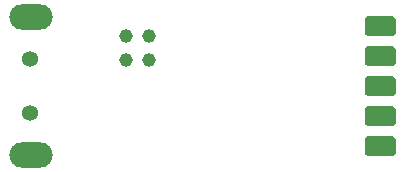
<source format=gbs>
G04 #@! TF.GenerationSoftware,KiCad,Pcbnew,5.0.0-rc1-44a33f2~62~ubuntu16.04.1*
G04 #@! TF.CreationDate,2018-03-27T11:25:49+02:00*
G04 #@! TF.ProjectId,ubmp_v1,75626D705F76312E6B696361645F7063,rev?*
G04 #@! TF.SameCoordinates,Original*
G04 #@! TF.FileFunction,Soldermask,Bot*
G04 #@! TF.FilePolarity,Negative*
%FSLAX46Y46*%
G04 Gerber Fmt 4.6, Leading zero omitted, Abs format (unit mm)*
G04 Created by KiCad (PCBNEW 5.0.0-rc1-44a33f2~62~ubuntu16.04.1) date Tue Mar 27 11:25:49 2018*
%MOMM*%
%LPD*%
G01*
G04 APERTURE LIST*
%ADD10C,1.360000*%
%ADD11O,3.660000X2.160000*%
%ADD12C,0.100000*%
%ADD13C,1.760000*%
%ADD14C,1.160000*%
G04 APERTURE END LIST*
D10*
X87600000Y-103700000D03*
X87600000Y-108300000D03*
D11*
X87700000Y-111850000D03*
X87700000Y-100150000D03*
D12*
G36*
X118183128Y-110202119D02*
X118225840Y-110208454D01*
X118267725Y-110218946D01*
X118308381Y-110233493D01*
X118347415Y-110251955D01*
X118384451Y-110274153D01*
X118419133Y-110299875D01*
X118451127Y-110328873D01*
X118480125Y-110360867D01*
X118505847Y-110395549D01*
X118528045Y-110432585D01*
X118546507Y-110471619D01*
X118561054Y-110512275D01*
X118571546Y-110554160D01*
X118577881Y-110596872D01*
X118580000Y-110640000D01*
X118580000Y-111520000D01*
X118577881Y-111563128D01*
X118571546Y-111605840D01*
X118561054Y-111647725D01*
X118546507Y-111688381D01*
X118528045Y-111727415D01*
X118505847Y-111764451D01*
X118480125Y-111799133D01*
X118451127Y-111831127D01*
X118419133Y-111860125D01*
X118384451Y-111885847D01*
X118347415Y-111908045D01*
X118308381Y-111926507D01*
X118267725Y-111941054D01*
X118225840Y-111951546D01*
X118183128Y-111957881D01*
X118140000Y-111960000D01*
X116360000Y-111960000D01*
X116316872Y-111957881D01*
X116274160Y-111951546D01*
X116232275Y-111941054D01*
X116191619Y-111926507D01*
X116152585Y-111908045D01*
X116115549Y-111885847D01*
X116080867Y-111860125D01*
X116048873Y-111831127D01*
X116019875Y-111799133D01*
X115994153Y-111764451D01*
X115971955Y-111727415D01*
X115953493Y-111688381D01*
X115938946Y-111647725D01*
X115928454Y-111605840D01*
X115922119Y-111563128D01*
X115920000Y-111520000D01*
X115920000Y-110640000D01*
X115922119Y-110596872D01*
X115928454Y-110554160D01*
X115938946Y-110512275D01*
X115953493Y-110471619D01*
X115971955Y-110432585D01*
X115994153Y-110395549D01*
X116019875Y-110360867D01*
X116048873Y-110328873D01*
X116080867Y-110299875D01*
X116115549Y-110274153D01*
X116152585Y-110251955D01*
X116191619Y-110233493D01*
X116232275Y-110218946D01*
X116274160Y-110208454D01*
X116316872Y-110202119D01*
X116360000Y-110200000D01*
X118140000Y-110200000D01*
X118183128Y-110202119D01*
X118183128Y-110202119D01*
G37*
D13*
X117250000Y-111080000D03*
D12*
G36*
X118183128Y-100042119D02*
X118225840Y-100048454D01*
X118267725Y-100058946D01*
X118308381Y-100073493D01*
X118347415Y-100091955D01*
X118384451Y-100114153D01*
X118419133Y-100139875D01*
X118451127Y-100168873D01*
X118480125Y-100200867D01*
X118505847Y-100235549D01*
X118528045Y-100272585D01*
X118546507Y-100311619D01*
X118561054Y-100352275D01*
X118571546Y-100394160D01*
X118577881Y-100436872D01*
X118580000Y-100480000D01*
X118580000Y-101360000D01*
X118577881Y-101403128D01*
X118571546Y-101445840D01*
X118561054Y-101487725D01*
X118546507Y-101528381D01*
X118528045Y-101567415D01*
X118505847Y-101604451D01*
X118480125Y-101639133D01*
X118451127Y-101671127D01*
X118419133Y-101700125D01*
X118384451Y-101725847D01*
X118347415Y-101748045D01*
X118308381Y-101766507D01*
X118267725Y-101781054D01*
X118225840Y-101791546D01*
X118183128Y-101797881D01*
X118140000Y-101800000D01*
X116360000Y-101800000D01*
X116316872Y-101797881D01*
X116274160Y-101791546D01*
X116232275Y-101781054D01*
X116191619Y-101766507D01*
X116152585Y-101748045D01*
X116115549Y-101725847D01*
X116080867Y-101700125D01*
X116048873Y-101671127D01*
X116019875Y-101639133D01*
X115994153Y-101604451D01*
X115971955Y-101567415D01*
X115953493Y-101528381D01*
X115938946Y-101487725D01*
X115928454Y-101445840D01*
X115922119Y-101403128D01*
X115920000Y-101360000D01*
X115920000Y-100480000D01*
X115922119Y-100436872D01*
X115928454Y-100394160D01*
X115938946Y-100352275D01*
X115953493Y-100311619D01*
X115971955Y-100272585D01*
X115994153Y-100235549D01*
X116019875Y-100200867D01*
X116048873Y-100168873D01*
X116080867Y-100139875D01*
X116115549Y-100114153D01*
X116152585Y-100091955D01*
X116191619Y-100073493D01*
X116232275Y-100058946D01*
X116274160Y-100048454D01*
X116316872Y-100042119D01*
X116360000Y-100040000D01*
X118140000Y-100040000D01*
X118183128Y-100042119D01*
X118183128Y-100042119D01*
G37*
D13*
X117250000Y-100920000D03*
D12*
G36*
X118183128Y-105122119D02*
X118225840Y-105128454D01*
X118267725Y-105138946D01*
X118308381Y-105153493D01*
X118347415Y-105171955D01*
X118384451Y-105194153D01*
X118419133Y-105219875D01*
X118451127Y-105248873D01*
X118480125Y-105280867D01*
X118505847Y-105315549D01*
X118528045Y-105352585D01*
X118546507Y-105391619D01*
X118561054Y-105432275D01*
X118571546Y-105474160D01*
X118577881Y-105516872D01*
X118580000Y-105560000D01*
X118580000Y-106440000D01*
X118577881Y-106483128D01*
X118571546Y-106525840D01*
X118561054Y-106567725D01*
X118546507Y-106608381D01*
X118528045Y-106647415D01*
X118505847Y-106684451D01*
X118480125Y-106719133D01*
X118451127Y-106751127D01*
X118419133Y-106780125D01*
X118384451Y-106805847D01*
X118347415Y-106828045D01*
X118308381Y-106846507D01*
X118267725Y-106861054D01*
X118225840Y-106871546D01*
X118183128Y-106877881D01*
X118140000Y-106880000D01*
X116360000Y-106880000D01*
X116316872Y-106877881D01*
X116274160Y-106871546D01*
X116232275Y-106861054D01*
X116191619Y-106846507D01*
X116152585Y-106828045D01*
X116115549Y-106805847D01*
X116080867Y-106780125D01*
X116048873Y-106751127D01*
X116019875Y-106719133D01*
X115994153Y-106684451D01*
X115971955Y-106647415D01*
X115953493Y-106608381D01*
X115938946Y-106567725D01*
X115928454Y-106525840D01*
X115922119Y-106483128D01*
X115920000Y-106440000D01*
X115920000Y-105560000D01*
X115922119Y-105516872D01*
X115928454Y-105474160D01*
X115938946Y-105432275D01*
X115953493Y-105391619D01*
X115971955Y-105352585D01*
X115994153Y-105315549D01*
X116019875Y-105280867D01*
X116048873Y-105248873D01*
X116080867Y-105219875D01*
X116115549Y-105194153D01*
X116152585Y-105171955D01*
X116191619Y-105153493D01*
X116232275Y-105138946D01*
X116274160Y-105128454D01*
X116316872Y-105122119D01*
X116360000Y-105120000D01*
X118140000Y-105120000D01*
X118183128Y-105122119D01*
X118183128Y-105122119D01*
G37*
D13*
X117250000Y-106000000D03*
D12*
G36*
X118183128Y-102582119D02*
X118225840Y-102588454D01*
X118267725Y-102598946D01*
X118308381Y-102613493D01*
X118347415Y-102631955D01*
X118384451Y-102654153D01*
X118419133Y-102679875D01*
X118451127Y-102708873D01*
X118480125Y-102740867D01*
X118505847Y-102775549D01*
X118528045Y-102812585D01*
X118546507Y-102851619D01*
X118561054Y-102892275D01*
X118571546Y-102934160D01*
X118577881Y-102976872D01*
X118580000Y-103020000D01*
X118580000Y-103900000D01*
X118577881Y-103943128D01*
X118571546Y-103985840D01*
X118561054Y-104027725D01*
X118546507Y-104068381D01*
X118528045Y-104107415D01*
X118505847Y-104144451D01*
X118480125Y-104179133D01*
X118451127Y-104211127D01*
X118419133Y-104240125D01*
X118384451Y-104265847D01*
X118347415Y-104288045D01*
X118308381Y-104306507D01*
X118267725Y-104321054D01*
X118225840Y-104331546D01*
X118183128Y-104337881D01*
X118140000Y-104340000D01*
X116360000Y-104340000D01*
X116316872Y-104337881D01*
X116274160Y-104331546D01*
X116232275Y-104321054D01*
X116191619Y-104306507D01*
X116152585Y-104288045D01*
X116115549Y-104265847D01*
X116080867Y-104240125D01*
X116048873Y-104211127D01*
X116019875Y-104179133D01*
X115994153Y-104144451D01*
X115971955Y-104107415D01*
X115953493Y-104068381D01*
X115938946Y-104027725D01*
X115928454Y-103985840D01*
X115922119Y-103943128D01*
X115920000Y-103900000D01*
X115920000Y-103020000D01*
X115922119Y-102976872D01*
X115928454Y-102934160D01*
X115938946Y-102892275D01*
X115953493Y-102851619D01*
X115971955Y-102812585D01*
X115994153Y-102775549D01*
X116019875Y-102740867D01*
X116048873Y-102708873D01*
X116080867Y-102679875D01*
X116115549Y-102654153D01*
X116152585Y-102631955D01*
X116191619Y-102613493D01*
X116232275Y-102598946D01*
X116274160Y-102588454D01*
X116316872Y-102582119D01*
X116360000Y-102580000D01*
X118140000Y-102580000D01*
X118183128Y-102582119D01*
X118183128Y-102582119D01*
G37*
D13*
X117250000Y-103460000D03*
D12*
G36*
X118183128Y-107662119D02*
X118225840Y-107668454D01*
X118267725Y-107678946D01*
X118308381Y-107693493D01*
X118347415Y-107711955D01*
X118384451Y-107734153D01*
X118419133Y-107759875D01*
X118451127Y-107788873D01*
X118480125Y-107820867D01*
X118505847Y-107855549D01*
X118528045Y-107892585D01*
X118546507Y-107931619D01*
X118561054Y-107972275D01*
X118571546Y-108014160D01*
X118577881Y-108056872D01*
X118580000Y-108100000D01*
X118580000Y-108980000D01*
X118577881Y-109023128D01*
X118571546Y-109065840D01*
X118561054Y-109107725D01*
X118546507Y-109148381D01*
X118528045Y-109187415D01*
X118505847Y-109224451D01*
X118480125Y-109259133D01*
X118451127Y-109291127D01*
X118419133Y-109320125D01*
X118384451Y-109345847D01*
X118347415Y-109368045D01*
X118308381Y-109386507D01*
X118267725Y-109401054D01*
X118225840Y-109411546D01*
X118183128Y-109417881D01*
X118140000Y-109420000D01*
X116360000Y-109420000D01*
X116316872Y-109417881D01*
X116274160Y-109411546D01*
X116232275Y-109401054D01*
X116191619Y-109386507D01*
X116152585Y-109368045D01*
X116115549Y-109345847D01*
X116080867Y-109320125D01*
X116048873Y-109291127D01*
X116019875Y-109259133D01*
X115994153Y-109224451D01*
X115971955Y-109187415D01*
X115953493Y-109148381D01*
X115938946Y-109107725D01*
X115928454Y-109065840D01*
X115922119Y-109023128D01*
X115920000Y-108980000D01*
X115920000Y-108100000D01*
X115922119Y-108056872D01*
X115928454Y-108014160D01*
X115938946Y-107972275D01*
X115953493Y-107931619D01*
X115971955Y-107892585D01*
X115994153Y-107855549D01*
X116019875Y-107820867D01*
X116048873Y-107788873D01*
X116080867Y-107759875D01*
X116115549Y-107734153D01*
X116152585Y-107711955D01*
X116191619Y-107693493D01*
X116232275Y-107678946D01*
X116274160Y-107668454D01*
X116316872Y-107662119D01*
X116360000Y-107660000D01*
X118140000Y-107660000D01*
X118183128Y-107662119D01*
X118183128Y-107662119D01*
G37*
D13*
X117250000Y-108540000D03*
D14*
X97700000Y-101800000D03*
X97700000Y-103800000D03*
X95700000Y-101800000D03*
X95700000Y-103800000D03*
M02*

</source>
